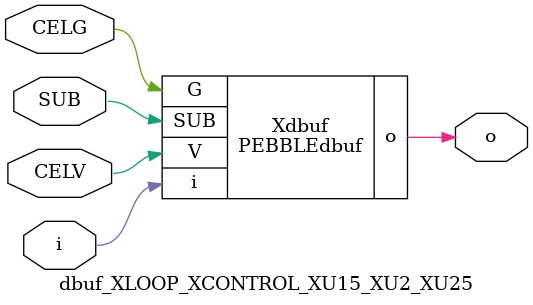
<source format=v>



module PEBBLEdbuf ( o, G, SUB, V, i );

  input V;
  input i;
  input G;
  output o;
  input SUB;
endmodule

//Celera Confidential Do Not Copy dbuf_XLOOP_XCONTROL_XU15_XU2_XU25
//Celera Confidential Symbol Generator
//Digital Buffer
module dbuf_XLOOP_XCONTROL_XU15_XU2_XU25 (CELV,CELG,i,o,SUB);
input CELV;
input CELG;
input i;
input SUB;
output o;

//Celera Confidential Do Not Copy dbuf
PEBBLEdbuf Xdbuf(
.V (CELV),
.i (i),
.o (o),
.SUB (SUB),
.G (CELG)
);
//,diesize,PEBBLEdbuf

//Celera Confidential Do Not Copy Module End
//Celera Schematic Generator
endmodule

</source>
